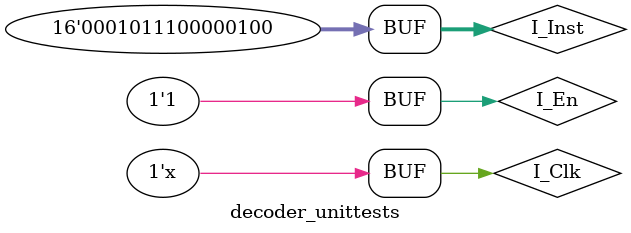
<source format=v>
`timescale 1ns / 1ps

module decoder_unittests();
	//Variable Declaration
	//Regs
	reg I_Clk;
	reg I_En;
	reg [15:0] I_Inst;
	//Wires
	wire [4:0] O_Aluop;
	wire [2:0] O_SelA;
	wire [2:0] O_SelB;
	wire [2:0] O_SelD;
	wire [15:0] O_Imm;
	wire O_Regwe;

inst_dec inst_unit(
    // Inputs
	 I_Clk,
	 I_En,
	 I_Inst,
	// Outputs
	O_Aluop,
    O_SelA,
    O_SelB,
    O_SelD,
    O_Imm,
	O_Regwe
);

	initial begin
	//Time = 0
		I_Clk <= 0;
		I_En  <= 0;
		I_Inst <= 0;
	//Time = 10
		#10;
		I_Inst = 16'b0001011100000100;
	//TIme = 20
		#10;
		I_En = 1;
	end
	
	always begin
		#5;
		I_Clk = ~I_Clk;
	end
endmodule
</source>
